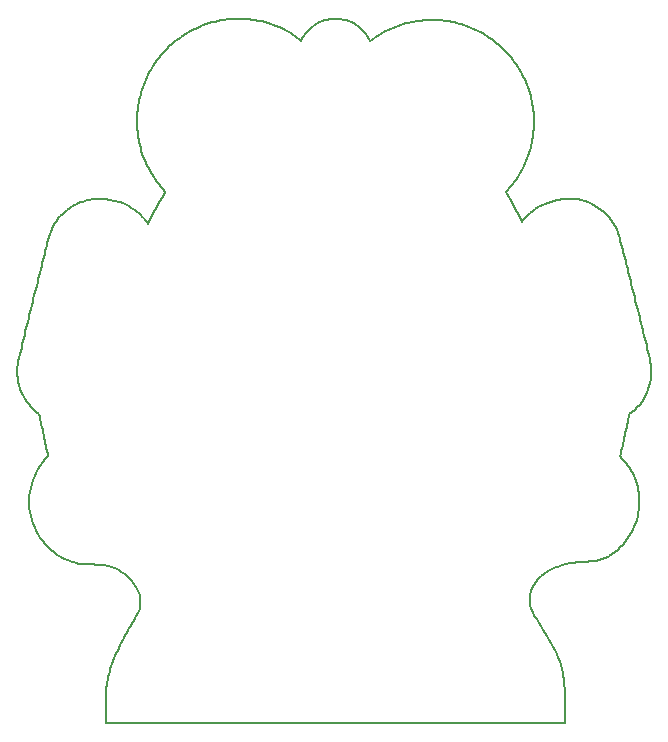
<source format=gbr>
%TF.GenerationSoftware,KiCad,Pcbnew,7.0.6*%
%TF.CreationDate,2023-07-28T13:42:51+02:00*%
%TF.ProjectId,robi,726f6269-2e6b-4696-9361-645f70636258,rev?*%
%TF.SameCoordinates,Original*%
%TF.FileFunction,Profile,NP*%
%FSLAX46Y46*%
G04 Gerber Fmt 4.6, Leading zero omitted, Abs format (unit mm)*
G04 Created by KiCad (PCBNEW 7.0.6) date 2023-07-28 13:42:51*
%MOMM*%
%LPD*%
G01*
G04 APERTURE LIST*
%ADD10C,0.200000*%
%TA.AperFunction,Profile*%
%ADD11C,0.200000*%
%TD*%
G04 APERTURE END LIST*
D10*
X94327742Y-49964855D02*
X94303068Y-49719269D01*
X94271040Y-49474635D01*
X94231756Y-49231127D01*
X94185313Y-48988923D01*
X94131810Y-48748197D01*
X94071345Y-48509125D01*
X94004014Y-48271883D01*
X93929916Y-48036646D01*
X93849149Y-47803591D01*
X93761810Y-47572893D01*
X93667998Y-47344727D01*
X93567810Y-47119270D01*
X93461344Y-46896698D01*
X93348697Y-46677185D01*
X93229968Y-46460908D01*
X93105255Y-46248042D01*
X92974655Y-46038764D01*
X92838265Y-45833248D01*
X92696185Y-45631671D01*
X92548511Y-45434209D01*
X92395342Y-45241036D01*
X92236775Y-45052329D01*
X92072908Y-44868264D01*
X91903839Y-44689016D01*
X91729666Y-44514761D01*
X91550486Y-44345674D01*
X91366398Y-44181932D01*
X91177499Y-44023710D01*
X90983887Y-43871184D01*
X90785659Y-43724530D01*
X90582915Y-43583923D01*
X90375751Y-43449539D01*
X101673608Y-79033767D02*
X101721597Y-78810732D01*
X101769581Y-78587700D01*
X101817561Y-78364671D01*
X101865538Y-78141645D01*
X101913513Y-77918621D01*
X101961485Y-77695598D01*
X102009457Y-77472577D01*
X102057427Y-77249556D01*
X102105397Y-77026534D01*
X102153369Y-76803513D01*
X102201341Y-76580490D01*
X102249316Y-76357466D01*
X102297293Y-76134440D01*
X102345273Y-75911412D01*
X102393257Y-75688380D01*
X102441247Y-75465346D01*
X104268962Y-71324412D02*
X104220977Y-71040908D01*
X104166254Y-70758852D01*
X104105911Y-70478003D01*
X104041062Y-70198122D01*
X103972823Y-69918969D01*
X103902310Y-69640305D01*
X103830640Y-69361892D01*
X103758927Y-69083489D01*
X103688288Y-68804858D01*
X103619839Y-68525759D01*
X103575975Y-68339315D01*
X103575975Y-68339315D02*
X103508255Y-68062026D01*
X103440269Y-67784798D01*
X103372043Y-67507625D01*
X103303606Y-67230501D01*
X103234987Y-66953418D01*
X103166214Y-66676372D01*
X103097315Y-66399354D01*
X103028319Y-66122360D01*
X102959254Y-65845382D01*
X102890149Y-65568414D01*
X102821031Y-65291450D01*
X102751930Y-65014483D01*
X102682874Y-64737507D01*
X102613890Y-64460516D01*
X102545008Y-64183503D01*
X102476257Y-63906462D01*
X94407544Y-92527455D02*
X94255832Y-92232103D01*
X94141489Y-91934838D01*
X94064092Y-91637201D01*
X94023223Y-91340731D01*
X94018461Y-91046969D01*
X94049387Y-90757456D01*
X94115580Y-90473732D01*
X94216621Y-90197338D01*
X94352090Y-89929814D01*
X94521567Y-89672701D01*
X94724631Y-89427539D01*
X94960864Y-89195869D01*
X95229845Y-88979231D01*
X95531155Y-88779166D01*
X95864372Y-88597214D01*
X96229079Y-88434916D01*
X61695056Y-59378464D02*
X61582494Y-59209276D01*
X61462151Y-59045653D01*
X61334361Y-58887848D01*
X61199456Y-58736113D01*
X61057771Y-58590701D01*
X60909639Y-58451864D01*
X60755393Y-58319856D01*
X60595367Y-58194928D01*
X60429894Y-58077334D01*
X60259307Y-57967325D01*
X60083939Y-57865156D01*
X59904125Y-57771077D01*
X59720197Y-57685343D01*
X59532490Y-57608205D01*
X59341335Y-57539916D01*
X59147068Y-57480729D01*
X102476257Y-63906462D02*
X102416447Y-63668396D01*
X102356600Y-63430324D01*
X102296690Y-63192253D01*
X102236687Y-62954194D01*
X102176566Y-62716155D01*
X102116298Y-62478146D01*
X102055858Y-62240176D01*
X101995216Y-62002254D01*
X101934347Y-61764389D01*
X101873222Y-61526591D01*
X101811815Y-61288870D01*
X101750098Y-61051233D01*
X101688044Y-60813691D01*
X101625626Y-60576253D01*
X101562816Y-60338927D01*
X101499588Y-60101725D01*
X52473080Y-75471112D02*
X52519747Y-75694023D01*
X52566653Y-75916886D01*
X52613771Y-76139706D01*
X52661073Y-76362487D01*
X52708534Y-76585237D01*
X52756128Y-76807959D01*
X52803827Y-77030659D01*
X52851605Y-77253344D01*
X52899437Y-77476018D01*
X52947294Y-77698687D01*
X52995152Y-77921356D01*
X53042983Y-78144031D01*
X53090761Y-78366717D01*
X53138459Y-78589420D01*
X53186051Y-78812146D01*
X53233512Y-79034899D01*
X52811336Y-62373343D02*
X52743072Y-62649630D01*
X52674722Y-62925895D01*
X52606298Y-63202143D01*
X52537814Y-63478376D01*
X52469283Y-63754597D01*
X52400719Y-64030810D01*
X52332134Y-64307018D01*
X52263542Y-64583224D01*
X52194957Y-64859431D01*
X52126392Y-65135642D01*
X52057860Y-65411862D01*
X51989374Y-65688092D01*
X51920948Y-65964337D01*
X51852596Y-66240599D01*
X51784330Y-66516882D01*
X51716164Y-66793189D01*
X51648111Y-67069523D01*
X51580185Y-67345888D01*
X51512400Y-67622286D01*
X51444767Y-67898721D01*
X51377301Y-68175197D01*
X51310015Y-68451715D01*
X51242923Y-68728280D01*
X51176037Y-69004896D01*
X51109372Y-69281564D01*
X51042940Y-69558288D01*
X50976755Y-69835072D01*
X50910830Y-70111919D01*
X50845179Y-70388832D01*
X50779814Y-70665814D01*
X50714750Y-70942869D01*
X50650000Y-71220000D01*
X63165465Y-56627109D02*
X63006638Y-56873141D01*
X62851976Y-57121824D01*
X62701539Y-57373093D01*
X62555387Y-57626884D01*
X62413582Y-57883131D01*
X62276185Y-58141769D01*
X62143255Y-58402734D01*
X62014854Y-58665961D01*
X61891043Y-58931385D01*
X61771882Y-59198941D01*
X61695056Y-59378464D01*
X101499588Y-60101725D02*
X101380282Y-59815325D01*
X101240301Y-59538998D01*
X101080801Y-59273670D01*
X100902939Y-59020266D01*
X100707873Y-58779712D01*
X100496760Y-58552933D01*
X100270757Y-58340854D01*
X100031022Y-58144401D01*
X99778712Y-57964499D01*
X99514985Y-57802075D01*
X99240998Y-57658053D01*
X98957907Y-57533358D01*
X98666872Y-57428917D01*
X98369048Y-57345655D01*
X98065593Y-57284497D01*
X97757666Y-57246370D01*
D11*
X80871648Y-101610942D02*
X96986937Y-101610942D01*
D10*
X53233512Y-79034899D02*
X52995971Y-79282566D01*
X52775775Y-79545418D01*
X52573360Y-79822135D01*
X52389164Y-80111398D01*
X52223623Y-80411887D01*
X52077175Y-80722283D01*
X51950257Y-81041268D01*
X51843306Y-81367521D01*
X51756760Y-81699725D01*
X51691055Y-82036559D01*
X51646630Y-82376705D01*
X51623920Y-82718843D01*
X51623363Y-83061655D01*
X51645397Y-83403821D01*
X51690458Y-83744022D01*
X51758985Y-84080939D01*
X62143490Y-45941924D02*
X62022853Y-46133390D01*
X61907505Y-46328027D01*
X61797474Y-46525681D01*
X61692791Y-46726203D01*
X61593484Y-46929441D01*
X61499583Y-47135242D01*
X61411117Y-47343456D01*
X61328116Y-47553931D01*
X61250610Y-47766516D01*
X61178626Y-47981058D01*
X61112196Y-48197408D01*
X61051349Y-48415412D01*
X60996113Y-48634920D01*
X60946518Y-48855781D01*
X60902595Y-49077842D01*
X60864371Y-49300953D01*
X60831877Y-49524961D01*
X60805141Y-49749715D01*
X60784194Y-49975065D01*
X60769065Y-50200858D01*
X60759783Y-50426942D01*
X60756378Y-50653167D01*
X60758878Y-50879381D01*
X60767315Y-51105433D01*
X60781715Y-51331171D01*
X60802111Y-51556443D01*
X60828529Y-51781098D01*
X60861001Y-52004984D01*
X60899556Y-52227951D01*
X60944222Y-52449847D01*
X60995030Y-52670519D01*
X61052009Y-52889818D01*
X60711694Y-92539399D02*
X60593169Y-92741635D01*
X60474145Y-92944962D01*
X60354919Y-93149386D01*
X60235783Y-93354916D01*
X60117033Y-93561560D01*
X59998963Y-93769327D01*
X59881868Y-93978223D01*
X59766041Y-94188257D01*
X59651779Y-94399437D01*
X59539375Y-94611771D01*
X59429124Y-94825267D01*
X59321320Y-95039933D01*
X59216258Y-95255777D01*
X59114232Y-95472807D01*
X59015538Y-95691031D01*
X58920470Y-95910457D01*
X58829321Y-96131093D01*
X58742387Y-96352948D01*
X58659963Y-96576028D01*
X58582342Y-96800342D01*
X58509820Y-97025899D01*
X58442691Y-97252705D01*
X58381249Y-97480770D01*
X58325790Y-97710101D01*
X58276607Y-97940706D01*
X58233995Y-98172593D01*
X58198249Y-98405771D01*
X58169663Y-98640246D01*
X58148532Y-98876028D01*
X58135151Y-99113124D01*
X58129814Y-99351542D01*
X58132815Y-99591291D01*
X94065683Y-58393969D02*
X93915530Y-58529357D01*
X93772037Y-58671750D01*
X93635364Y-58820719D01*
X93505667Y-58975834D01*
X93383106Y-59136664D01*
X93343866Y-59191471D01*
X96986937Y-101610942D02*
X96983443Y-101346126D01*
X96982303Y-101081041D01*
X96982803Y-100815748D01*
X96984230Y-100550309D01*
X96985874Y-100284786D01*
X96987020Y-100019242D01*
X96986958Y-99753739D01*
X96984975Y-99488338D01*
X96980358Y-99223103D01*
X96972395Y-98958095D01*
X96960373Y-98693377D01*
X96943582Y-98429011D01*
X96921307Y-98165058D01*
X96892837Y-97901582D01*
X96857460Y-97638644D01*
X96814463Y-97376307D01*
X103245442Y-83502146D02*
X103271511Y-83236007D01*
X103283877Y-82968963D01*
X103282639Y-82701679D01*
X103267892Y-82434821D01*
X103239733Y-82169054D01*
X103198259Y-81905044D01*
X103143567Y-81643456D01*
X103075753Y-81384956D01*
X102994915Y-81130209D01*
X102901148Y-80879881D01*
X102831503Y-80715780D01*
X61052009Y-52889818D02*
X61127224Y-53150358D01*
X61210518Y-53408452D01*
X61301785Y-53663853D01*
X61400919Y-53916315D01*
X61507813Y-54165592D01*
X61622362Y-54411438D01*
X61744458Y-54653608D01*
X61873997Y-54891855D01*
X62010871Y-55125934D01*
X62154974Y-55355598D01*
X62306201Y-55580602D01*
X62464444Y-55800699D01*
X62629599Y-56015645D01*
X62801558Y-56225192D01*
X62980215Y-56429095D01*
X63165465Y-56627109D01*
X77810355Y-101616142D02*
X78097348Y-101613530D01*
X78384340Y-101611807D01*
X78671333Y-101610817D01*
X78958325Y-101610405D01*
X79245318Y-101610415D01*
X79532313Y-101610692D01*
X79819309Y-101611080D01*
X80106307Y-101611424D01*
X80393307Y-101611568D01*
X80680310Y-101611356D01*
X80871648Y-101610942D01*
X59147068Y-57480729D02*
X58952523Y-57422584D01*
X58755542Y-57371651D01*
X58556501Y-57328128D01*
X58355775Y-57292216D01*
X58153740Y-57264113D01*
X57950773Y-57244021D01*
X57747248Y-57232139D01*
X57543541Y-57228665D01*
X57340028Y-57233801D01*
X57137085Y-57247745D01*
X56935087Y-57270698D01*
X56734411Y-57302860D01*
X56535431Y-57344429D01*
X56338524Y-57395605D01*
X56144065Y-57456589D01*
X55952430Y-57527581D01*
X73274526Y-42919759D02*
X73037688Y-42804975D01*
X72797473Y-42697448D01*
X72554111Y-42597252D01*
X72307834Y-42504460D01*
X72058873Y-42419144D01*
X71807459Y-42341379D01*
X71553823Y-42271237D01*
X71298196Y-42208791D01*
X71040811Y-42154115D01*
X70781897Y-42107282D01*
X70521687Y-42068366D01*
X70260411Y-42037438D01*
X69998301Y-42014574D01*
X69735587Y-41999845D01*
X69472502Y-41993326D01*
X69209277Y-41995089D01*
X96814463Y-97376307D02*
X96740901Y-97043257D01*
X96649869Y-96716870D01*
X96542914Y-96396574D01*
X96421583Y-96081800D01*
X96287424Y-95771976D01*
X96141984Y-95466532D01*
X95986811Y-95164897D01*
X95823451Y-94866501D01*
X95653452Y-94570773D01*
X95478361Y-94277143D01*
X95299726Y-93985039D01*
X95119094Y-93693892D01*
X94938013Y-93403131D01*
X94758029Y-93112184D01*
X94580690Y-92820482D01*
X94407544Y-92527455D01*
X58132815Y-99591291D02*
X58132286Y-99845020D01*
X58131781Y-100098772D01*
X58131291Y-100352540D01*
X58130805Y-100606316D01*
X58130313Y-100860092D01*
X58129805Y-101113860D01*
X58129272Y-101367612D01*
X58128705Y-101621342D01*
X93343866Y-59191471D02*
X93234643Y-58945889D01*
X93121492Y-58702114D01*
X93004461Y-58460192D01*
X92883593Y-58220175D01*
X92758934Y-57982110D01*
X92630529Y-57746046D01*
X92498425Y-57512032D01*
X92362666Y-57280117D01*
X92223297Y-57050351D01*
X92080365Y-56822781D01*
X91983120Y-56672313D01*
X102441247Y-75465346D02*
X102676718Y-75285028D01*
X102898801Y-75088759D01*
X103106900Y-74877715D01*
X103300421Y-74653071D01*
X103478768Y-74416003D01*
X103641346Y-74167686D01*
X103787561Y-73909295D01*
X103916817Y-73642006D01*
X104028520Y-73366994D01*
X104122074Y-73085435D01*
X104196884Y-72798504D01*
X104252357Y-72507377D01*
X104287895Y-72213228D01*
X104302906Y-71917235D01*
X104296793Y-71620570D01*
X104268962Y-71324412D01*
X102831503Y-80715780D02*
X102722945Y-80483004D01*
X102603478Y-80255648D01*
X102473389Y-80034218D01*
X102332963Y-79819224D01*
X102182486Y-79611174D01*
X102022244Y-79410575D01*
X101852523Y-79217937D01*
X101673608Y-79033767D01*
X83751705Y-42316870D02*
X83528756Y-42372086D01*
X83307465Y-42433443D01*
X83087969Y-42500851D01*
X82870402Y-42574219D01*
X82654903Y-42653456D01*
X82441606Y-42738473D01*
X82230648Y-42829180D01*
X82022165Y-42925485D01*
X81816294Y-43027299D01*
X81613170Y-43134531D01*
X81412930Y-43247090D01*
X81215711Y-43364888D01*
X81021648Y-43487832D01*
X80830877Y-43615834D01*
X80643535Y-43748801D01*
X80459759Y-43886646D01*
X53284997Y-60487450D02*
X53219826Y-60721929D01*
X53158647Y-60957290D01*
X53100316Y-61193271D01*
X53043688Y-61429610D01*
X52987620Y-61666048D01*
X52930968Y-61902323D01*
X52872588Y-62138175D01*
X52811336Y-62373343D01*
X55952430Y-57527581D02*
X55714723Y-57628159D01*
X55483607Y-57742860D01*
X55259697Y-57871067D01*
X55043611Y-58012168D01*
X54835962Y-58165547D01*
X54637369Y-58330590D01*
X54448447Y-58506684D01*
X54269812Y-58693214D01*
X54102079Y-58889566D01*
X53945867Y-59095126D01*
X53801789Y-59309279D01*
X53670463Y-59531412D01*
X53552505Y-59760909D01*
X53448530Y-59997157D01*
X53359155Y-60239542D01*
X53284997Y-60487450D01*
X51758985Y-84080939D02*
X51844831Y-84409155D01*
X51952085Y-84730732D01*
X52079895Y-85044632D01*
X52227412Y-85349815D01*
X52393786Y-85645245D01*
X52578168Y-85929881D01*
X52779707Y-86202685D01*
X52997555Y-86462619D01*
X53230861Y-86708645D01*
X53478776Y-86939724D01*
X53740450Y-87154817D01*
X54015033Y-87352886D01*
X54301675Y-87532892D01*
X54599527Y-87693797D01*
X54907740Y-87834563D01*
X55225463Y-87954151D01*
X80459759Y-43886646D02*
X80356948Y-43674654D01*
X80240006Y-43472767D01*
X80109688Y-43281475D01*
X79966749Y-43101273D01*
X79811945Y-42932653D01*
X79646031Y-42776109D01*
X79469764Y-42632132D01*
X79283898Y-42501217D01*
X79089190Y-42383856D01*
X78886394Y-42280541D01*
X78676268Y-42191767D01*
X78459565Y-42118026D01*
X78237042Y-42059810D01*
X78009455Y-42017613D01*
X77777559Y-41991928D01*
X77542110Y-41983248D01*
X55225463Y-87954151D02*
X55416522Y-88019535D01*
X55619560Y-88083646D01*
X55838076Y-88133956D01*
X56079372Y-88160507D01*
X56333440Y-88171401D01*
X56581907Y-88176915D01*
X56783100Y-88180533D01*
X57017691Y-88184855D01*
X57289929Y-88190526D01*
X57604066Y-88198189D01*
X96229079Y-88434916D02*
X96416616Y-88363165D01*
X96776604Y-88243409D01*
X97117851Y-88151693D01*
X97442007Y-88083678D01*
X97750721Y-88035022D01*
X98045644Y-88001385D01*
X98328425Y-87978424D01*
X98600715Y-87961800D01*
X98864163Y-87947171D01*
X99120420Y-87930196D01*
X99371134Y-87906534D01*
X99617958Y-87871845D01*
X99862539Y-87821787D01*
X100106528Y-87752019D01*
X100351576Y-87658200D01*
X100599332Y-87535989D01*
X100724741Y-87462881D01*
X97757666Y-57246370D02*
X97510835Y-57234435D01*
X97263424Y-57233749D01*
X97016016Y-57244290D01*
X96769196Y-57266039D01*
X96523547Y-57298976D01*
X96279653Y-57343081D01*
X96038098Y-57398334D01*
X95799465Y-57464715D01*
X95564339Y-57542204D01*
X95333303Y-57630781D01*
X95106942Y-57730425D01*
X94885839Y-57841118D01*
X94670577Y-57962839D01*
X94461741Y-58095567D01*
X94259915Y-58239284D01*
X94065683Y-58393969D01*
X77542110Y-41983248D02*
X77310014Y-41991810D01*
X77081331Y-42016907D01*
X76856790Y-42058069D01*
X76637118Y-42114829D01*
X76423044Y-42186720D01*
X76215297Y-42273273D01*
X76014606Y-42374022D01*
X75821698Y-42488498D01*
X75637303Y-42616234D01*
X75462149Y-42756762D01*
X75296964Y-42909614D01*
X75142477Y-43074322D01*
X74999418Y-43250420D01*
X74868513Y-43437438D01*
X74750492Y-43634911D01*
X74646084Y-43842369D01*
X50650000Y-71220000D02*
X50615513Y-71522588D01*
X50603561Y-71826212D01*
X50613556Y-72129594D01*
X50644910Y-72431460D01*
X50697035Y-72730532D01*
X50769343Y-73025536D01*
X50861246Y-73315195D01*
X50972154Y-73598234D01*
X51101481Y-73873377D01*
X51248638Y-74139347D01*
X51413038Y-74394870D01*
X51594091Y-74638669D01*
X51791210Y-74869469D01*
X52003806Y-75085993D01*
X52231292Y-75286966D01*
X52473080Y-75471112D01*
X74646084Y-43842369D02*
X74483662Y-43707972D01*
X74318525Y-43578312D01*
X74150741Y-43453746D01*
X73980380Y-43334628D01*
X73807509Y-43221315D01*
X73632197Y-43114162D01*
X73454513Y-43013525D01*
X73274526Y-42919759D01*
X58128705Y-101621342D02*
X58743762Y-101621249D01*
X59358819Y-101621175D01*
X59973875Y-101621119D01*
X60588930Y-101621077D01*
X61203984Y-101621047D01*
X61819037Y-101621027D01*
X62434089Y-101621015D01*
X63049140Y-101621007D01*
X63664191Y-101621002D01*
X64279241Y-101620998D01*
X64894291Y-101620991D01*
X65509340Y-101620979D01*
X66124389Y-101620961D01*
X66739438Y-101620934D01*
X67354487Y-101620895D01*
X67969535Y-101620842D01*
X68584584Y-101620772D01*
X69199632Y-101620684D01*
X69814680Y-101620574D01*
X70429729Y-101620441D01*
X71044778Y-101620282D01*
X71659827Y-101620095D01*
X72274877Y-101619877D01*
X72889927Y-101619626D01*
X73504978Y-101619339D01*
X74120029Y-101619015D01*
X74735081Y-101618651D01*
X75350134Y-101618243D01*
X75965188Y-101617791D01*
X76580242Y-101617292D01*
X77195298Y-101616743D01*
X77810355Y-101616142D01*
X57604066Y-88198189D02*
X57948568Y-88231104D01*
X58304568Y-88310070D01*
X58665307Y-88432028D01*
X59024029Y-88593924D01*
X59200521Y-88688894D01*
X59373975Y-88792701D01*
X59543547Y-88904965D01*
X59708390Y-89025304D01*
X59867661Y-89153335D01*
X60020515Y-89288676D01*
X60166108Y-89430945D01*
X60303595Y-89579761D01*
X60432130Y-89734741D01*
X60658970Y-90061666D01*
X60839870Y-90408664D01*
X60968074Y-90772680D01*
X61036824Y-91150657D01*
X61039363Y-91539538D01*
X60968934Y-91936270D01*
X60904245Y-92136624D01*
X60818779Y-92337794D01*
X60711694Y-92539399D01*
X91983120Y-56672313D02*
X92138748Y-56504629D01*
X92289653Y-56332751D01*
X92435775Y-56156826D01*
X92577055Y-55977004D01*
X92713434Y-55793434D01*
X92844854Y-55606265D01*
X92971255Y-55415646D01*
X93092578Y-55221726D01*
X93208765Y-55024654D01*
X93319756Y-54824579D01*
X93425493Y-54621650D01*
X93525916Y-54416017D01*
X93620967Y-54207827D01*
X93710586Y-53997231D01*
X93794715Y-53784377D01*
X93873295Y-53569415D01*
X93946266Y-53352493D01*
X94013570Y-53133760D01*
X94075148Y-52913366D01*
X94130940Y-52691459D01*
X94180889Y-52468189D01*
X94224934Y-52243705D01*
X94263017Y-52018155D01*
X94295079Y-51791688D01*
X94321061Y-51564455D01*
X94340904Y-51336603D01*
X94354549Y-51108282D01*
X94361938Y-50879641D01*
X94363010Y-50650828D01*
X94357707Y-50421994D01*
X94345971Y-50193286D01*
X94327742Y-49964855D01*
X69209277Y-41995089D02*
X68946020Y-42003589D01*
X68683360Y-42020656D01*
X68421511Y-42046174D01*
X68160686Y-42080027D01*
X67901099Y-42122099D01*
X67642966Y-42172274D01*
X67386500Y-42230437D01*
X67131916Y-42296472D01*
X66879428Y-42370263D01*
X66629250Y-42451694D01*
X66381597Y-42540650D01*
X66136682Y-42637015D01*
X65894720Y-42740673D01*
X65655926Y-42851509D01*
X65420513Y-42969406D01*
X65188696Y-43094249D01*
X64960688Y-43225922D01*
X64736706Y-43364309D01*
X64516961Y-43509295D01*
X64301670Y-43660764D01*
X64091046Y-43818600D01*
X63885303Y-43982688D01*
X63684656Y-44152911D01*
X63489318Y-44329154D01*
X63299505Y-44511301D01*
X63115431Y-44699237D01*
X62937309Y-44892845D01*
X62765354Y-45092010D01*
X62599780Y-45296616D01*
X62440802Y-45506547D01*
X62288634Y-45721689D01*
X62143490Y-45941924D01*
X100724741Y-87462881D02*
X100980157Y-87298003D01*
X101224523Y-87118090D01*
X101457412Y-86924001D01*
X101678394Y-86716596D01*
X101887040Y-86496736D01*
X102082923Y-86265280D01*
X102265613Y-86023087D01*
X102434682Y-85771019D01*
X102589701Y-85509935D01*
X102730242Y-85240696D01*
X102855876Y-84964160D01*
X102966175Y-84681189D01*
X103060709Y-84392642D01*
X103139051Y-84099379D01*
X103200771Y-83802260D01*
X103245442Y-83502146D01*
X90375751Y-43449539D02*
X90192924Y-43334749D01*
X90007205Y-43224795D01*
X89818728Y-43119704D01*
X89627625Y-43019505D01*
X89434029Y-42924226D01*
X89238075Y-42833898D01*
X89039895Y-42748547D01*
X88839622Y-42668204D01*
X88637389Y-42592896D01*
X88433331Y-42522654D01*
X88227580Y-42457504D01*
X88020269Y-42397477D01*
X87811531Y-42342600D01*
X87601501Y-42292904D01*
X87390310Y-42248415D01*
X87178093Y-42209164D01*
X86964982Y-42175179D01*
X86751111Y-42146488D01*
X86536613Y-42123121D01*
X86321621Y-42105106D01*
X86106269Y-42092472D01*
X85890689Y-42085248D01*
X85675016Y-42083462D01*
X85459381Y-42087144D01*
X85243919Y-42096322D01*
X85028763Y-42111024D01*
X84814045Y-42131280D01*
X84599900Y-42157118D01*
X84386460Y-42188568D01*
X84173859Y-42225657D01*
X83962229Y-42268414D01*
X83751705Y-42316870D01*
M02*

</source>
